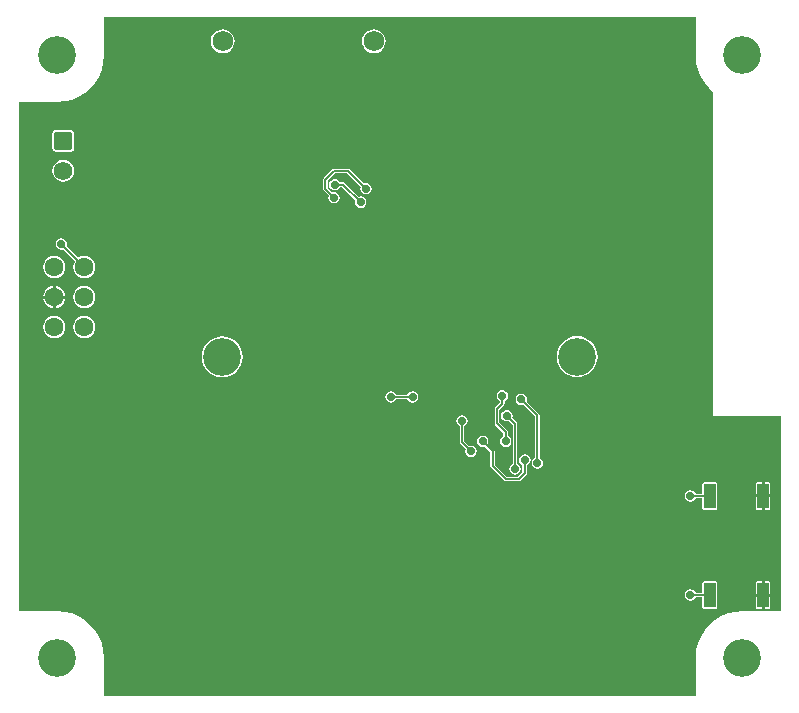
<source format=gbr>
%TF.GenerationSoftware,Altium Limited,Altium Designer,20.1.8 (145)*%
G04 Layer_Physical_Order=4*
G04 Layer_Color=16728128*
%FSLAX45Y45*%
%MOMM*%
%TF.SameCoordinates,F34F671C-B0F6-4AC1-94B4-1D61ADA518EE*%
%TF.FilePolarity,Positive*%
%TF.FileFunction,Copper,L4,Bot,Signal*%
%TF.Part,Single*%
G01*
G75*
%TA.AperFunction,Conductor*%
%ADD28C,0.12700*%
%TA.AperFunction,ComponentPad*%
G04:AMPARAMS|DCode=32|XSize=1.58mm|YSize=1.58mm|CornerRadius=0.158mm|HoleSize=0mm|Usage=FLASHONLY|Rotation=0.000|XOffset=0mm|YOffset=0mm|HoleType=Round|Shape=RoundedRectangle|*
%AMROUNDEDRECTD32*
21,1,1.58000,1.26400,0,0,0.0*
21,1,1.26400,1.58000,0,0,0.0*
1,1,0.31600,0.63200,-0.63200*
1,1,0.31600,-0.63200,-0.63200*
1,1,0.31600,-0.63200,0.63200*
1,1,0.31600,0.63200,0.63200*
%
%ADD32ROUNDEDRECTD32*%
%ADD33C,1.58000*%
%ADD34C,3.20000*%
%ADD35C,1.75000*%
%ADD36C,1.50000*%
%ADD37C,1.60000*%
%TA.AperFunction,WasherPad*%
%ADD38C,3.20000*%
%TA.AperFunction,ViaPad*%
%ADD39C,0.70000*%
%TA.AperFunction,SMDPad,CuDef*%
G04:AMPARAMS|DCode=40|XSize=2.1mm|YSize=1mm|CornerRadius=0.05mm|HoleSize=0mm|Usage=FLASHONLY|Rotation=90.000|XOffset=0mm|YOffset=0mm|HoleType=Round|Shape=RoundedRectangle|*
%AMROUNDEDRECTD40*
21,1,2.10000,0.90000,0,0,90.0*
21,1,2.00000,1.00000,0,0,90.0*
1,1,0.10000,0.45000,1.00000*
1,1,0.10000,0.45000,-1.00000*
1,1,0.10000,-0.45000,-1.00000*
1,1,0.10000,-0.45000,1.00000*
%
%ADD40ROUNDEDRECTD40*%
G36*
X5756872Y5450000D02*
X5756005D01*
X5760856Y5388365D01*
X5775289Y5328249D01*
X5798948Y5271130D01*
X5831251Y5218416D01*
X5871404Y5171403D01*
X5904126Y5143456D01*
X5904125Y4774108D01*
X5904104Y4774000D01*
Y3274000D01*
X5904125Y3273893D01*
X5904125Y2400000D01*
X6474104Y2400000D01*
Y743128D01*
X6150000D01*
Y743995D01*
X6088366Y739144D01*
X6028249Y724711D01*
X5971130Y701052D01*
X5918416Y668748D01*
X5871404Y628596D01*
X5831251Y581584D01*
X5798948Y528870D01*
X5775289Y471751D01*
X5760856Y411634D01*
X5756005Y350000D01*
X5756872D01*
Y25896D01*
X743128D01*
Y350000D01*
X743995D01*
X739144Y411634D01*
X724711Y471751D01*
X701052Y528870D01*
X668748Y581584D01*
X628596Y628596D01*
X581584Y668748D01*
X528870Y701052D01*
X471751Y724711D01*
X411634Y739144D01*
X350000Y743995D01*
Y743128D01*
X25896D01*
X25897Y5056872D01*
X350000D01*
Y5056005D01*
X411634Y5060856D01*
X471751Y5075289D01*
X528870Y5098948D01*
X581584Y5131251D01*
X628596Y5171403D01*
X668748Y5218416D01*
X701052Y5271130D01*
X724711Y5328249D01*
X739144Y5388365D01*
X743995Y5450000D01*
X743128D01*
Y5774104D01*
X5756872D01*
Y5450000D01*
D02*
G37*
%LPC*%
G36*
X3030000Y5671065D02*
X3003843Y5667621D01*
X2979468Y5657525D01*
X2958537Y5641463D01*
X2942475Y5620532D01*
X2932379Y5596157D01*
X2928935Y5570000D01*
X2932379Y5543843D01*
X2942475Y5519468D01*
X2958537Y5498537D01*
X2979468Y5482475D01*
X3003843Y5472379D01*
X3030000Y5468935D01*
X3056157Y5472379D01*
X3080532Y5482475D01*
X3101463Y5498537D01*
X3117525Y5519468D01*
X3127621Y5543843D01*
X3131065Y5570000D01*
X3127621Y5596157D01*
X3117525Y5620532D01*
X3101463Y5641463D01*
X3080532Y5657525D01*
X3056157Y5667621D01*
X3030000Y5671065D01*
D02*
G37*
G36*
X1750000D02*
X1723843Y5667621D01*
X1699468Y5657525D01*
X1678537Y5641463D01*
X1662475Y5620532D01*
X1652379Y5596157D01*
X1648935Y5570000D01*
X1652379Y5543843D01*
X1662475Y5519468D01*
X1678537Y5498537D01*
X1699468Y5482475D01*
X1723843Y5472379D01*
X1750000Y5468935D01*
X1776157Y5472379D01*
X1800532Y5482475D01*
X1821463Y5498537D01*
X1837525Y5519468D01*
X1847621Y5543843D01*
X1851065Y5570000D01*
X1847621Y5596157D01*
X1837525Y5620532D01*
X1821463Y5641463D01*
X1800532Y5657525D01*
X1776157Y5667621D01*
X1750000Y5671065D01*
D02*
G37*
G36*
X463200Y4819258D02*
X336800D01*
X325680Y4817046D01*
X316253Y4810747D01*
X309954Y4801320D01*
X307742Y4790200D01*
Y4663800D01*
X309954Y4652680D01*
X316253Y4643253D01*
X325680Y4636954D01*
X336800Y4634742D01*
X463200D01*
X474320Y4636954D01*
X483747Y4643253D01*
X490046Y4652680D01*
X492258Y4663800D01*
Y4790200D01*
X490046Y4801320D01*
X483747Y4810747D01*
X474320Y4817046D01*
X463200Y4819258D01*
D02*
G37*
G36*
X400000Y4565491D02*
X376061Y4562339D01*
X353754Y4553100D01*
X334599Y4538401D01*
X319900Y4519245D01*
X310661Y4496938D01*
X307509Y4473000D01*
X310661Y4449061D01*
X319900Y4426754D01*
X334599Y4407599D01*
X353754Y4392900D01*
X376061Y4383661D01*
X400000Y4380509D01*
X423938Y4383661D01*
X446245Y4392900D01*
X465401Y4407599D01*
X480100Y4426754D01*
X489339Y4449061D01*
X492491Y4473000D01*
X489339Y4496938D01*
X480100Y4519245D01*
X465401Y4538401D01*
X446245Y4553100D01*
X423938Y4562339D01*
X400000Y4565491D01*
D02*
G37*
G36*
X2814321Y4489823D02*
X2692345D01*
X2684912Y4488345D01*
X2678611Y4484134D01*
X2678610Y4484134D01*
X2604342Y4409866D01*
X2600132Y4403564D01*
X2598653Y4396131D01*
Y4320014D01*
X2600132Y4312581D01*
X2604342Y4306279D01*
X2648320Y4262302D01*
X2644808Y4244647D01*
X2648510Y4226035D01*
X2659053Y4210257D01*
X2674831Y4199714D01*
X2693442Y4196012D01*
X2712054Y4199714D01*
X2727832Y4210257D01*
X2738375Y4226035D01*
X2742077Y4244647D01*
X2738375Y4263258D01*
X2727832Y4279037D01*
X2712054Y4289579D01*
X2693442Y4293281D01*
X2675789Y4289770D01*
X2637500Y4328059D01*
Y4388086D01*
X2700390Y4450977D01*
X2806275D01*
X2918417Y4338835D01*
X2914906Y4321180D01*
X2918608Y4302568D01*
X2929150Y4286790D01*
X2944928Y4276248D01*
X2963540Y4272546D01*
X2982152Y4276248D01*
X2997930Y4286790D01*
X3008472Y4302568D01*
X3012174Y4321180D01*
X3008472Y4339792D01*
X2997930Y4355570D01*
X2982152Y4366112D01*
X2963540Y4369814D01*
X2945886Y4366303D01*
X2828055Y4484134D01*
X2821754Y4488345D01*
X2814321Y4489823D01*
D02*
G37*
G36*
X2698977Y4404760D02*
X2680365Y4401058D01*
X2664587Y4390516D01*
X2654044Y4374738D01*
X2650342Y4356126D01*
X2654044Y4337514D01*
X2664587Y4321736D01*
X2680365Y4311194D01*
X2698977Y4307492D01*
X2717588Y4311194D01*
X2733367Y4321736D01*
X2743367Y4336703D01*
X2760529D01*
X2872697Y4224534D01*
X2869186Y4206880D01*
X2872888Y4188268D01*
X2883430Y4172490D01*
X2899208Y4161948D01*
X2917820Y4158246D01*
X2936432Y4161948D01*
X2952210Y4172490D01*
X2962752Y4188268D01*
X2966454Y4206880D01*
X2962752Y4225492D01*
X2952210Y4241270D01*
X2936432Y4251812D01*
X2917820Y4255514D01*
X2900166Y4252003D01*
X2782308Y4369860D01*
X2776007Y4374070D01*
X2768574Y4375549D01*
X2743367D01*
X2733367Y4390516D01*
X2717588Y4401058D01*
X2698977Y4404760D01*
D02*
G37*
G36*
X383884Y3900577D02*
X365273Y3896875D01*
X349495Y3886332D01*
X338952Y3870554D01*
X335250Y3851942D01*
X338952Y3833331D01*
X349495Y3817552D01*
X365273Y3807010D01*
X383884Y3803308D01*
X401539Y3806819D01*
X499761Y3708597D01*
X496828Y3704775D01*
X487488Y3682225D01*
X484302Y3658025D01*
X487488Y3633826D01*
X496828Y3611275D01*
X511687Y3591911D01*
X531052Y3577052D01*
X553602Y3567711D01*
X577801Y3564526D01*
X602001Y3567711D01*
X624551Y3577052D01*
X643916Y3591911D01*
X658775Y3611275D01*
X668115Y3633826D01*
X671301Y3658025D01*
X668115Y3682225D01*
X658775Y3704775D01*
X643916Y3724139D01*
X624551Y3738998D01*
X602001Y3748339D01*
X577801Y3751525D01*
X553602Y3748339D01*
X531052Y3738998D01*
X527230Y3736065D01*
X429007Y3834288D01*
X432519Y3851942D01*
X428817Y3870554D01*
X418274Y3886332D01*
X402496Y3896875D01*
X383884Y3900577D01*
D02*
G37*
G36*
X323801Y3751525D02*
X299602Y3748339D01*
X277052Y3738998D01*
X257687Y3724139D01*
X242828Y3704775D01*
X233488Y3682225D01*
X230302Y3658025D01*
X233488Y3633826D01*
X242828Y3611275D01*
X257687Y3591911D01*
X277052Y3577052D01*
X299602Y3567711D01*
X323801Y3564526D01*
X348001Y3567711D01*
X370551Y3577052D01*
X389916Y3591911D01*
X404775Y3611275D01*
X414115Y3633826D01*
X417301Y3658025D01*
X414115Y3682225D01*
X404775Y3704775D01*
X389916Y3724139D01*
X370551Y3738998D01*
X348001Y3748339D01*
X323801Y3751525D01*
D02*
G37*
G36*
X336501Y3495853D02*
Y3416725D01*
X415629D01*
X414115Y3428225D01*
X404775Y3450775D01*
X389916Y3470139D01*
X370551Y3484998D01*
X348001Y3494339D01*
X336501Y3495853D01*
D02*
G37*
G36*
X311101Y3495853D02*
X299602Y3494339D01*
X277052Y3484998D01*
X257687Y3470139D01*
X242828Y3450775D01*
X233488Y3428225D01*
X231974Y3416725D01*
X311101D01*
Y3495853D01*
D02*
G37*
G36*
Y3391325D02*
X231974D01*
X233488Y3379826D01*
X242828Y3357275D01*
X257687Y3337911D01*
X277052Y3323052D01*
X299602Y3313711D01*
X311101Y3312198D01*
Y3391325D01*
D02*
G37*
G36*
X415629D02*
X336501D01*
Y3312197D01*
X348001Y3313711D01*
X370551Y3323052D01*
X389916Y3337911D01*
X404775Y3357275D01*
X414115Y3379826D01*
X415629Y3391325D01*
D02*
G37*
G36*
X577801Y3497525D02*
X553602Y3494339D01*
X531052Y3484998D01*
X511687Y3470139D01*
X496828Y3450775D01*
X487488Y3428225D01*
X484302Y3404025D01*
X487488Y3379826D01*
X496828Y3357275D01*
X511687Y3337911D01*
X531052Y3323052D01*
X553602Y3313711D01*
X577801Y3310526D01*
X602001Y3313711D01*
X624551Y3323052D01*
X643916Y3337911D01*
X658775Y3357275D01*
X668115Y3379826D01*
X671301Y3404025D01*
X668115Y3428225D01*
X658775Y3450775D01*
X643916Y3470139D01*
X624551Y3484998D01*
X602001Y3494339D01*
X577801Y3497525D01*
D02*
G37*
G36*
Y3243525D02*
X553602Y3240339D01*
X531052Y3230998D01*
X511687Y3216139D01*
X496828Y3196775D01*
X487488Y3174225D01*
X484302Y3150025D01*
X487488Y3125826D01*
X496828Y3103275D01*
X511687Y3083911D01*
X531052Y3069052D01*
X553602Y3059711D01*
X577801Y3056526D01*
X602001Y3059711D01*
X624551Y3069052D01*
X643916Y3083911D01*
X658775Y3103275D01*
X668115Y3125826D01*
X671301Y3150025D01*
X668115Y3174225D01*
X658775Y3196775D01*
X643916Y3216139D01*
X624551Y3230998D01*
X602001Y3240339D01*
X577801Y3243525D01*
D02*
G37*
G36*
X323801D02*
X299602Y3240339D01*
X277052Y3230998D01*
X257687Y3216139D01*
X242828Y3196775D01*
X233488Y3174225D01*
X230302Y3150025D01*
X233488Y3125826D01*
X242828Y3103275D01*
X257687Y3083911D01*
X277052Y3069052D01*
X299602Y3059711D01*
X323801Y3056526D01*
X348001Y3059711D01*
X370551Y3069052D01*
X389916Y3083911D01*
X404775Y3103275D01*
X414115Y3125826D01*
X417301Y3150025D01*
X414115Y3174225D01*
X404775Y3196775D01*
X389916Y3216139D01*
X370551Y3230998D01*
X348001Y3240339D01*
X323801Y3243525D01*
D02*
G37*
G36*
X4750000Y3073536D02*
X4716145Y3070201D01*
X4683591Y3060326D01*
X4653589Y3044290D01*
X4627292Y3022708D01*
X4605711Y2996411D01*
X4589674Y2966409D01*
X4579799Y2933855D01*
X4576465Y2900000D01*
X4579799Y2866145D01*
X4589674Y2833591D01*
X4605711Y2803589D01*
X4627292Y2777292D01*
X4653589Y2755711D01*
X4683591Y2739674D01*
X4716145Y2729799D01*
X4750000Y2726464D01*
X4783855Y2729799D01*
X4816409Y2739674D01*
X4846411Y2755711D01*
X4872708Y2777292D01*
X4894290Y2803589D01*
X4910326Y2833591D01*
X4920201Y2866145D01*
X4923536Y2900000D01*
X4920201Y2933855D01*
X4910326Y2966409D01*
X4894290Y2996411D01*
X4872708Y3022708D01*
X4846411Y3044290D01*
X4816409Y3060326D01*
X4783855Y3070201D01*
X4750000Y3073536D01*
D02*
G37*
G36*
X1747500Y3071036D02*
X1713645Y3067701D01*
X1681091Y3057826D01*
X1651089Y3041789D01*
X1624792Y3020208D01*
X1603210Y2993911D01*
X1587174Y2963909D01*
X1577299Y2931355D01*
X1573964Y2897500D01*
X1577299Y2863645D01*
X1587174Y2831091D01*
X1603210Y2801089D01*
X1624792Y2774792D01*
X1651089Y2753210D01*
X1681091Y2737174D01*
X1713645Y2727299D01*
X1747500Y2723964D01*
X1781355Y2727299D01*
X1813909Y2737174D01*
X1843911Y2753210D01*
X1870208Y2774792D01*
X1891789Y2801089D01*
X1907826Y2831091D01*
X1917701Y2863645D01*
X1921036Y2897500D01*
X1917701Y2931355D01*
X1907826Y2963909D01*
X1891789Y2993911D01*
X1870208Y3020208D01*
X1843911Y3041789D01*
X1813909Y3057826D01*
X1781355Y3067701D01*
X1747500Y3071036D01*
D02*
G37*
G36*
X3357480Y2605497D02*
X3338869Y2601795D01*
X3323090Y2591253D01*
X3313090Y2576286D01*
X3219390D01*
X3209390Y2591253D01*
X3193612Y2601795D01*
X3175000Y2605497D01*
X3156388Y2601795D01*
X3140610Y2591253D01*
X3130068Y2575474D01*
X3126366Y2556863D01*
X3130068Y2538251D01*
X3140610Y2522473D01*
X3156388Y2511930D01*
X3175000Y2508228D01*
X3193612Y2511930D01*
X3209390Y2522473D01*
X3219390Y2537440D01*
X3313090D01*
X3323090Y2522473D01*
X3338869Y2511930D01*
X3357480Y2508228D01*
X3376092Y2511930D01*
X3391870Y2522473D01*
X3402413Y2538251D01*
X3406115Y2556863D01*
X3402413Y2575474D01*
X3391870Y2591253D01*
X3376092Y2601795D01*
X3357480Y2605497D01*
D02*
G37*
G36*
X4117340Y2617639D02*
X4098728Y2613937D01*
X4082950Y2603395D01*
X4072408Y2587616D01*
X4068706Y2569005D01*
X4072408Y2550393D01*
X4082950Y2534615D01*
X4097917Y2524615D01*
Y2510019D01*
X4057886Y2469988D01*
X4053675Y2463687D01*
X4052197Y2456254D01*
Y2334648D01*
X4053675Y2327215D01*
X4057886Y2320914D01*
X4126501Y2252299D01*
Y2225860D01*
X4111534Y2215859D01*
X4100992Y2200081D01*
X4097289Y2181470D01*
X4100992Y2162858D01*
X4111534Y2147080D01*
X4127312Y2136537D01*
X4145924Y2132835D01*
X4164535Y2136537D01*
X4180314Y2147080D01*
X4190856Y2162858D01*
X4194558Y2181470D01*
X4190856Y2200081D01*
X4180314Y2215859D01*
X4165347Y2225860D01*
Y2260344D01*
X4163868Y2267777D01*
X4159658Y2274078D01*
X4091043Y2342693D01*
Y2448208D01*
X4131074Y2488239D01*
X4131074Y2488239D01*
X4135285Y2494541D01*
X4136763Y2501974D01*
Y2524615D01*
X4151730Y2534615D01*
X4162272Y2550393D01*
X4165974Y2569005D01*
X4162272Y2587616D01*
X4151730Y2603395D01*
X4135952Y2613937D01*
X4117340Y2617639D01*
D02*
G37*
G36*
X3777200Y2401540D02*
X3758589Y2397838D01*
X3742811Y2387295D01*
X3732268Y2371517D01*
X3728566Y2352905D01*
X3732268Y2334294D01*
X3742811Y2318516D01*
X3756707Y2309230D01*
Y2172625D01*
X3758186Y2165192D01*
X3762396Y2158891D01*
X3807208Y2114080D01*
X3803696Y2096425D01*
X3807398Y2077814D01*
X3817941Y2062036D01*
X3833719Y2051493D01*
X3852331Y2047791D01*
X3870942Y2051493D01*
X3886720Y2062036D01*
X3897263Y2077814D01*
X3900965Y2096425D01*
X3897263Y2115037D01*
X3886720Y2130815D01*
X3870942Y2141358D01*
X3852331Y2145060D01*
X3834676Y2141548D01*
X3795554Y2180671D01*
Y2307922D01*
X3795812Y2307973D01*
X3811590Y2318516D01*
X3822133Y2334294D01*
X3825835Y2352905D01*
X3822133Y2371517D01*
X3811590Y2387295D01*
X3795812Y2397838D01*
X3777200Y2401540D01*
D02*
G37*
G36*
X4278754Y2585637D02*
X4260142Y2581935D01*
X4244364Y2571393D01*
X4233822Y2555614D01*
X4230120Y2537003D01*
X4233822Y2518391D01*
X4244364Y2502613D01*
X4260142Y2492070D01*
X4278754Y2488368D01*
X4296404Y2491879D01*
X4394739Y2393544D01*
Y2043919D01*
X4379773Y2033919D01*
X4369230Y2018141D01*
X4365528Y1999529D01*
X4369230Y1980918D01*
X4379773Y1965140D01*
X4395551Y1954597D01*
X4414162Y1950895D01*
X4432774Y1954597D01*
X4448552Y1965140D01*
X4459095Y1980918D01*
X4462797Y1999529D01*
X4459095Y2018141D01*
X4448552Y2033919D01*
X4433585Y2043919D01*
Y2401590D01*
X4432107Y2409023D01*
X4427897Y2415324D01*
X4323876Y2519345D01*
X4327388Y2537003D01*
X4323686Y2555614D01*
X4313144Y2571393D01*
X4297366Y2581935D01*
X4278754Y2585637D01*
D02*
G37*
G36*
X4155440Y2448921D02*
X4136828Y2445219D01*
X4121050Y2434676D01*
X4110508Y2418898D01*
X4106806Y2400286D01*
X4110508Y2381675D01*
X4121050Y2365896D01*
X4136828Y2355354D01*
X4155440Y2351652D01*
X4173094Y2355163D01*
X4207137Y2321121D01*
Y1991630D01*
X4192170Y1981630D01*
X4181628Y1965852D01*
X4177926Y1947240D01*
X4181628Y1928628D01*
X4192170Y1912850D01*
X4207948Y1902308D01*
X4226560Y1898606D01*
X4245172Y1902308D01*
X4260950Y1912850D01*
X4271492Y1928628D01*
X4275194Y1947240D01*
X4271492Y1965852D01*
X4260950Y1981630D01*
X4245983Y1991630D01*
Y2329166D01*
X4244505Y2336599D01*
X4240294Y2342901D01*
X4200563Y2382632D01*
X4204074Y2400286D01*
X4200372Y2418898D01*
X4189830Y2434676D01*
X4174052Y2445219D01*
X4155440Y2448921D01*
D02*
G37*
G36*
X3951026Y2230104D02*
X3932414Y2226402D01*
X3916636Y2215859D01*
X3906094Y2200081D01*
X3902391Y2181470D01*
X3906094Y2162858D01*
X3916636Y2147080D01*
X3932414Y2136537D01*
X3951026Y2132835D01*
X3968680Y2136347D01*
X4016697Y2088330D01*
Y1974792D01*
X4018176Y1967359D01*
X4022386Y1961058D01*
X4133311Y1850133D01*
X4139612Y1845923D01*
X4147045Y1844444D01*
X4259396D01*
X4266829Y1845923D01*
X4273130Y1850133D01*
X4321332Y1898336D01*
X4325543Y1904637D01*
X4327021Y1912070D01*
Y1978456D01*
X4341988Y1988456D01*
X4352531Y2004234D01*
X4356233Y2022846D01*
X4352531Y2041458D01*
X4341988Y2057236D01*
X4326210Y2067778D01*
X4307598Y2071480D01*
X4288987Y2067778D01*
X4273208Y2057236D01*
X4262666Y2041458D01*
X4258964Y2022846D01*
X4262666Y2004234D01*
X4273208Y1988456D01*
X4288175Y1978456D01*
Y1920115D01*
X4251350Y1883290D01*
X4155090D01*
X4055543Y1982838D01*
Y2096376D01*
X4054065Y2103809D01*
X4049854Y2110110D01*
X3996149Y2163816D01*
X3999660Y2181470D01*
X3995958Y2200081D01*
X3985416Y2215859D01*
X3969637Y2226402D01*
X3951026Y2230104D01*
D02*
G37*
G36*
X5920000Y1838047D02*
X5830000D01*
X5823094Y1836673D01*
X5817239Y1832761D01*
X5813327Y1826906D01*
X5811953Y1820000D01*
Y1739423D01*
X5754971D01*
X5744971Y1754390D01*
X5729193Y1764932D01*
X5710581Y1768634D01*
X5691970Y1764932D01*
X5676192Y1754390D01*
X5665649Y1738611D01*
X5661947Y1720000D01*
X5665649Y1701388D01*
X5676192Y1685610D01*
X5691970Y1675068D01*
X5710581Y1671365D01*
X5729193Y1675068D01*
X5744971Y1685610D01*
X5754971Y1700577D01*
X5811953D01*
Y1620000D01*
X5813327Y1613094D01*
X5817239Y1607239D01*
X5823094Y1603327D01*
X5830000Y1601953D01*
X5920000D01*
X5926906Y1603327D01*
X5932761Y1607239D01*
X5936673Y1613094D01*
X5938047Y1620000D01*
Y1820000D01*
X5936673Y1826906D01*
X5932761Y1832761D01*
X5926906Y1836673D01*
X5920000Y1838047D01*
D02*
G37*
G36*
X6370000D02*
X6337700D01*
Y1732699D01*
X6388047D01*
Y1820000D01*
X6386673Y1826906D01*
X6382761Y1832761D01*
X6376906Y1836673D01*
X6370000Y1838047D01*
D02*
G37*
G36*
X6312300D02*
X6280000D01*
X6273094Y1836673D01*
X6267239Y1832761D01*
X6263327Y1826906D01*
X6261953Y1820000D01*
Y1732699D01*
X6312300D01*
Y1838047D01*
D02*
G37*
G36*
X6388047Y1707299D02*
X6337700D01*
Y1601953D01*
X6370000D01*
X6376906Y1603327D01*
X6382761Y1607239D01*
X6386673Y1613094D01*
X6388047Y1620000D01*
Y1707299D01*
D02*
G37*
G36*
X6312300D02*
X6261953D01*
Y1620000D01*
X6263327Y1613094D01*
X6267239Y1607239D01*
X6273094Y1603327D01*
X6280000Y1601953D01*
X6312300D01*
Y1707299D01*
D02*
G37*
G36*
X5920000Y998047D02*
X5830000D01*
X5823094Y996673D01*
X5817239Y992761D01*
X5813327Y986906D01*
X5811953Y980000D01*
Y899423D01*
X5754971D01*
X5744971Y914390D01*
X5729193Y924932D01*
X5710581Y928634D01*
X5691970Y924932D01*
X5676192Y914390D01*
X5665649Y898612D01*
X5661947Y880000D01*
X5665649Y861388D01*
X5676192Y845610D01*
X5691970Y835068D01*
X5710581Y831366D01*
X5729193Y835068D01*
X5744971Y845610D01*
X5754971Y860577D01*
X5811953D01*
Y780000D01*
X5813327Y773094D01*
X5817239Y767239D01*
X5823094Y763327D01*
X5830000Y761953D01*
X5920000D01*
X5926906Y763327D01*
X5932761Y767239D01*
X5936673Y773094D01*
X5938047Y780000D01*
Y980000D01*
X5936673Y986906D01*
X5932761Y992761D01*
X5926906Y996673D01*
X5920000Y998047D01*
D02*
G37*
G36*
X6370000D02*
X6337701D01*
Y892700D01*
X6388047D01*
Y980000D01*
X6386673Y986906D01*
X6382761Y992761D01*
X6376906Y996673D01*
X6370000Y998047D01*
D02*
G37*
G36*
X6312301D02*
X6280000D01*
X6273094Y996673D01*
X6267239Y992761D01*
X6263327Y986906D01*
X6261953Y980000D01*
Y892700D01*
X6312301D01*
Y998047D01*
D02*
G37*
G36*
X6388047Y867300D02*
X6337701D01*
Y761953D01*
X6370000D01*
X6376906Y763327D01*
X6382761Y767239D01*
X6386673Y773094D01*
X6388047Y780000D01*
Y867300D01*
D02*
G37*
G36*
X6312301D02*
X6261953D01*
Y780000D01*
X6263327Y773094D01*
X6267239Y767239D01*
X6273094Y763327D01*
X6280000Y761953D01*
X6312301D01*
Y867300D01*
D02*
G37*
%LPD*%
D28*
X4226560Y1947240D02*
Y2329166D01*
X4155440Y2400286D02*
X4226560Y2329166D01*
X4278754Y2536998D02*
Y2537003D01*
X4414162Y2012230D02*
Y2401590D01*
X4278754Y2536998D02*
X4414162Y2401590D01*
X4071620Y2334648D02*
Y2456254D01*
X4117340Y2501974D02*
Y2569005D01*
X4071620Y2456254D02*
X4117340Y2501974D01*
X4071620Y2334648D02*
X4145924Y2260344D01*
Y2181470D02*
Y2260344D01*
X3776131Y2172625D02*
X3852331Y2096425D01*
X3951026Y2181470D02*
X3951026D01*
X4036120Y2096376D01*
Y1974792D02*
Y2096376D01*
X3776131Y2172625D02*
Y2351836D01*
X3777200Y2352905D01*
X2768574Y4356126D02*
X2917820Y4206880D01*
X2618077Y4320014D02*
Y4396131D01*
X2693442Y4244647D02*
Y4244648D01*
X2618077Y4320014D02*
X2693442Y4244648D01*
X2814321Y4470400D02*
X2963540Y4321181D01*
Y4321180D02*
Y4321181D01*
X2692345Y4470400D02*
X2814321D01*
X2698977Y4356126D02*
X2768574D01*
X4147045Y1863867D02*
X4259396D01*
X4307598Y1912070D02*
Y2022846D01*
X4036120Y1974792D02*
X4147045Y1863867D01*
X4259396D02*
X4307598Y1912070D01*
X3175000Y2556863D02*
X3357480D01*
X2618077Y4396131D02*
X2692345Y4470400D01*
X5710581Y880000D02*
X5875000D01*
X383884Y3851942D02*
X577801Y3658025D01*
X5710581Y1720000D02*
X5875000D01*
D32*
X400000Y4727000D02*
D03*
D33*
Y4473000D02*
D03*
D34*
X4750000Y2900000D02*
D03*
X1747500Y2897500D02*
D03*
D35*
X3030000Y5570000D02*
D03*
X1750000D02*
D03*
D36*
X3810000Y3810000D02*
D03*
X4064000D02*
D03*
X6096000Y2286000D02*
D03*
X2032000Y4318000D02*
D03*
X6350000Y2286000D02*
D03*
X508000Y1778000D02*
D03*
Y2032000D02*
D03*
X254000D02*
D03*
X6096000D02*
D03*
X5842000Y2286000D02*
D03*
Y2032000D02*
D03*
X254000Y1524000D02*
D03*
Y1778000D02*
D03*
X6350000Y2032000D02*
D03*
X508000Y1524000D02*
D03*
X2286000Y4318000D02*
D03*
D37*
X577801Y3658025D02*
D03*
Y3404025D02*
D03*
Y3150025D02*
D03*
X323801D02*
D03*
Y3404025D02*
D03*
Y3658025D02*
D03*
D38*
X6150000Y350000D02*
D03*
Y5450000D02*
D03*
X350000Y350000D02*
D03*
Y5450000D02*
D03*
D39*
X3388420Y3845091D02*
D03*
X3480019Y3733172D02*
D03*
X3388420Y3621253D02*
D03*
X2293572Y3674634D02*
D03*
X2199433Y3786553D02*
D03*
X2293571Y3895933D02*
D03*
X4278754Y2537003D02*
D03*
X4117340Y2569005D02*
D03*
X2703583Y3401400D02*
D03*
Y3491400D02*
D03*
X3852331Y2096425D02*
D03*
X3777200Y2352905D02*
D03*
X3951026Y2181470D02*
D03*
X2917820Y4206880D02*
D03*
X2693442Y4244647D02*
D03*
X3540019Y4514250D02*
D03*
X4122227Y4178297D02*
D03*
X2149927Y4701937D02*
D03*
X4207960Y4412980D02*
D03*
X4145924Y2181470D02*
D03*
X4155440Y2400286D02*
D03*
X4307598Y2022846D02*
D03*
X4414162Y1999529D02*
D03*
X4226560Y1947240D02*
D03*
X3175000Y2556863D02*
D03*
X2552473Y2899861D02*
D03*
X2953760Y2795000D02*
D03*
X2929813Y3086231D02*
D03*
X2885505Y3829453D02*
D03*
X3086430Y2869160D02*
D03*
Y2940280D02*
D03*
X3086100Y3829453D02*
D03*
X3357480Y2556863D02*
D03*
X3400000Y2724760D02*
D03*
X3413570Y2869160D02*
D03*
Y2940280D02*
D03*
X3543917Y2795000D02*
D03*
X3949780Y2900000D02*
D03*
X3128090Y3461057D02*
D03*
X3100000Y3071254D02*
D03*
X3400000D02*
D03*
X3351590Y3461057D02*
D03*
X3543917Y3005000D02*
D03*
X2643551Y2786750D02*
D03*
X3025000Y2724760D02*
D03*
X3474000D02*
D03*
X3858320Y2786005D02*
D03*
X3239840Y3552520D02*
D03*
X2643551Y3013250D02*
D03*
X3475000Y3071254D02*
D03*
X3858320Y3011500D02*
D03*
X2698977Y4356126D02*
D03*
X2879191Y4324435D02*
D03*
X5710581Y880000D02*
D03*
X2756982Y4189862D02*
D03*
X2879191Y4132172D02*
D03*
X2758391Y4414589D02*
D03*
X2963540Y4321180D02*
D03*
X383884Y3851942D02*
D03*
X1165948Y5139237D02*
D03*
X5484271Y5058983D02*
D03*
X5598000Y5153983D02*
D03*
X5711729Y5058983D02*
D03*
X6215380Y880000D02*
D03*
Y1720000D02*
D03*
X2953379Y5184477D02*
D03*
X2583574Y5552156D02*
D03*
Y5397844D02*
D03*
X2503279Y5549616D02*
D03*
X2480418Y5474999D02*
D03*
X2686729D02*
D03*
X2663869Y5549616D02*
D03*
X2503280Y5400384D02*
D03*
X2663869D02*
D03*
X2841629Y5275940D02*
D03*
X2728379Y5184477D02*
D03*
X2416308Y4914237D02*
D03*
X1259999Y3788026D02*
D03*
X1170940Y3876936D02*
D03*
X1081881Y3788026D02*
D03*
X2171933Y5184478D02*
D03*
X1946933Y5209878D02*
D03*
X2060183Y5301341D02*
D03*
X2213173Y4914237D02*
D03*
X1907250Y4914237D02*
D03*
X4952920Y4340600D02*
D03*
X5710581Y1720000D02*
D03*
X4776475Y3488366D02*
D03*
Y3413750D02*
D03*
X4783184Y4694668D02*
D03*
Y4615600D02*
D03*
X4958000Y4694668D02*
D03*
X5758000Y3704833D02*
D03*
Y3622716D02*
D03*
Y3869066D02*
D03*
Y3786950D02*
D03*
Y4115416D02*
D03*
Y4033300D02*
D03*
Y4279650D02*
D03*
Y4197533D02*
D03*
Y4443883D02*
D03*
X5853000Y4694668D02*
D03*
X5758000D02*
D03*
X4776475Y3339135D02*
D03*
X4783080Y4340600D02*
D03*
X4924980Y3339135D02*
D03*
X4958000Y4531612D02*
D03*
X5158213Y3718380D02*
D03*
X5160500Y3922971D02*
D03*
Y4120471D02*
D03*
X5158213Y4322820D02*
D03*
X5357999Y3718380D02*
D03*
X5358000Y3922971D02*
D03*
Y4120471D02*
D03*
X5357999Y4322820D02*
D03*
X5557786Y3718380D02*
D03*
X5556276Y3922971D02*
D03*
Y4120471D02*
D03*
X5557786Y4322820D02*
D03*
X5853000Y3339578D02*
D03*
X5766979Y3339578D02*
D03*
X5758000Y3540600D02*
D03*
Y3951183D02*
D03*
Y4361766D02*
D03*
Y4526000D02*
D03*
X4863000Y4694668D02*
D03*
X5058320Y3819119D02*
D03*
X5259196Y3823100D02*
D03*
X5456696D02*
D03*
X5657680Y3819120D02*
D03*
X5058320Y4020599D02*
D03*
X5259196Y4020600D02*
D03*
X5457893D02*
D03*
X5657680Y4020600D02*
D03*
X5058320Y4222078D02*
D03*
X5259196Y4218100D02*
D03*
X5456696D02*
D03*
X5657680Y4222079D02*
D03*
X5678000Y4694668D02*
D03*
X4850728Y3339135D02*
D03*
X5058320Y3718380D02*
D03*
X5258106D02*
D03*
X5457893D02*
D03*
X5657679D02*
D03*
X5058320Y3919859D02*
D03*
X5259196Y3922971D02*
D03*
X5456696D02*
D03*
X5657680Y3919860D02*
D03*
X5058320Y4121338D02*
D03*
X5259196Y4120471D02*
D03*
X5456696D02*
D03*
X5657680Y4121339D02*
D03*
X5058320Y4322818D02*
D03*
X5258106Y4322820D02*
D03*
X5457893D02*
D03*
X5657679Y4322819D02*
D03*
X5678000Y4526000D02*
D03*
D40*
X6325000Y880000D02*
D03*
Y1720000D02*
D03*
X5875000Y880000D02*
D03*
Y1720000D02*
D03*
%TF.MD5,7d2c97975e55a0bb366cc2dbe316fb36*%
M02*

</source>
